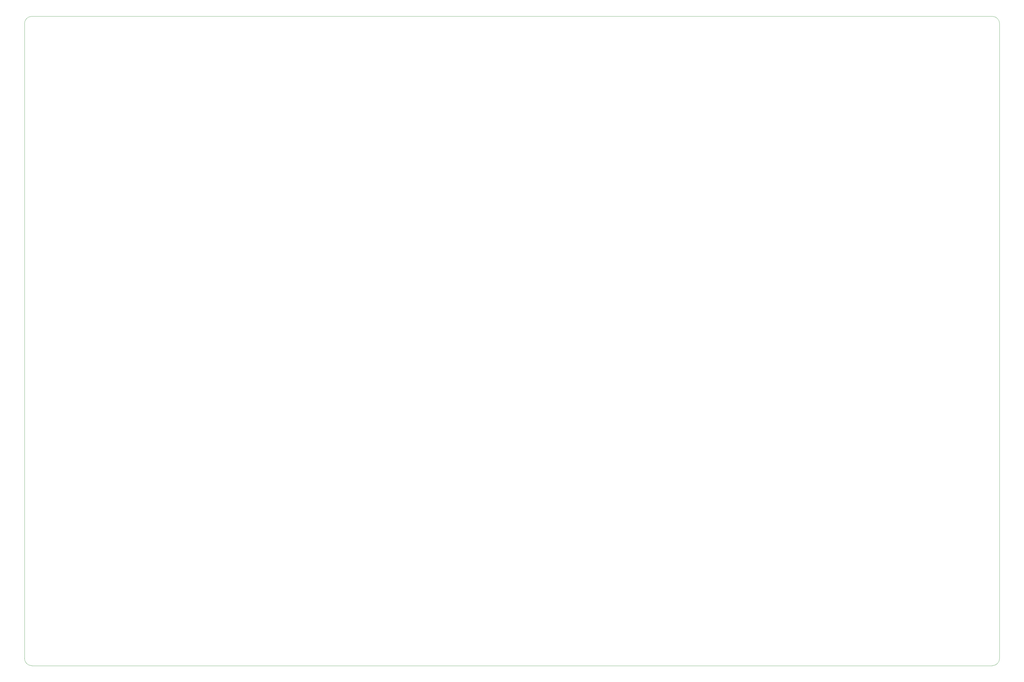
<source format=gm1>
G04 #@! TF.GenerationSoftware,KiCad,Pcbnew,(6.0.11)*
G04 #@! TF.CreationDate,2023-02-05T13:30:17+00:00*
G04 #@! TF.ProjectId,yddraig030,79646472-6169-4673-9033-302e6b696361,rev?*
G04 #@! TF.SameCoordinates,Original*
G04 #@! TF.FileFunction,Profile,NP*
%FSLAX46Y46*%
G04 Gerber Fmt 4.6, Leading zero omitted, Abs format (unit mm)*
G04 Created by KiCad (PCBNEW (6.0.11)) date 2023-02-05 13:30:17*
%MOMM*%
%LPD*%
G01*
G04 APERTURE LIST*
G04 #@! TA.AperFunction,Profile*
%ADD10C,0.050000*%
G04 #@! TD*
G04 APERTURE END LIST*
D10*
X32500000Y-30000000D02*
G75*
G03*
X30000000Y-32500000I0J-2500000D01*
G01*
X357500000Y-250000000D02*
G75*
G03*
X360000000Y-247500000I0J2500000D01*
G01*
X30000000Y-32500000D02*
X30000000Y-247500000D01*
X30000000Y-247500000D02*
G75*
G03*
X32500000Y-250000000I2500000J0D01*
G01*
X357500000Y-30000000D02*
X32500000Y-30000000D01*
X360000000Y-32500000D02*
G75*
G03*
X357500000Y-30000000I-2500000J0D01*
G01*
X32500000Y-250000000D02*
X357500000Y-250000000D01*
X360000000Y-247500000D02*
X360000000Y-32500000D01*
M02*

</source>
